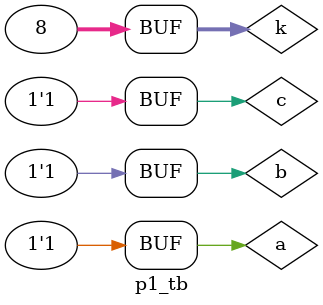
<source format=v>
module p1 (
	input a, b, c,
	output f1
);
	//write Verilog code here
endmodule

module p1_tb;
	reg a, b, c;
	wire f1;

	p1 p1_i (.a(a), .b(b), .c(c), .f1(f1));

	integer k;
	initial begin
		$display("Time\ta\tb\tc\tabcd_10\tf1");
		$monitor("%0t\t%b\t%b\t%b\t%0d\t%b", $time, a, b, c, {a,b,c}, f1);
		{a, b, c} = 0;
		for (k = 1; k < 8; k = k + 1)
			#10 {a, b, c} = k;
	end
endmodule

</source>
